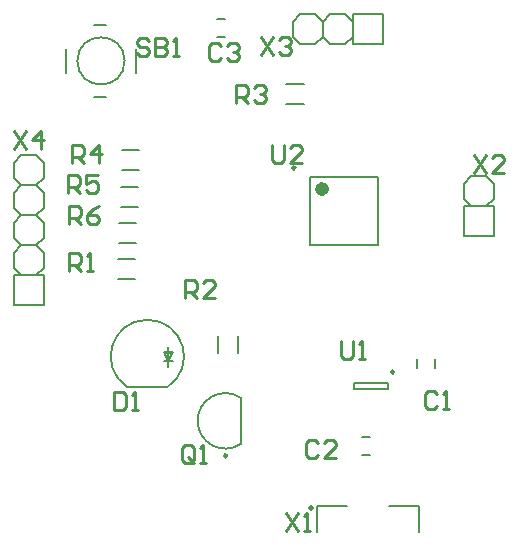
<source format=gto>
G04*
G04 #@! TF.GenerationSoftware,Altium Limited,Altium Designer,21.0.9 (235)*
G04*
G04 Layer_Color=65535*
%FSLAX44Y44*%
%MOMM*%
G71*
G04*
G04 #@! TF.SameCoordinates,A0518373-5DC4-4E38-8A05-EEFCEC3494AD*
G04*
G04*
G04 #@! TF.FilePolarity,Positive*
G04*
G01*
G75*
%ADD10C,0.6000*%
%ADD11C,0.2500*%
%ADD12C,0.2000*%
%ADD13C,0.5000*%
%ADD14C,0.2540*%
%ADD15R,0.7620X0.2540*%
D10*
X618230Y634450D02*
G03*
X618230Y634450I-3000J0D01*
G01*
D11*
X592730Y652450D02*
G03*
X592730Y652450I-1250J0D01*
G01*
X676340Y479610D02*
G03*
X676340Y479610I-1250J0D01*
G01*
X534650Y408650D02*
G03*
X534650Y408650I-1250J0D01*
G01*
D12*
X484244Y466761D02*
G03*
X450476Y466761I-16884J25999D01*
G01*
X546752Y457489D02*
G03*
X546755Y418813I-13352J-19339D01*
G01*
X448110Y742910D02*
G03*
X448110Y742910I-20000J0D01*
G01*
X605230Y587450D02*
X662230D01*
X605230Y644450D02*
X662230D01*
Y587450D02*
Y644450D01*
X605230Y587450D02*
Y644450D01*
X610730Y344200D02*
Y365700D01*
X636730D01*
X671730D02*
X697730D01*
Y344200D02*
Y365700D01*
X443600Y588400D02*
X458100D01*
X443600Y605400D02*
X458100D01*
X526090Y778390D02*
X533090D01*
X526090Y763390D02*
X533090D01*
X450360Y466760D02*
X484360D01*
X481330Y496570D02*
X488950D01*
X485140Y483870D02*
Y500380D01*
X481330Y488950D02*
X488950D01*
X485140D02*
X488950Y496570D01*
X481330D02*
X485140Y488950D01*
X649280Y409060D02*
X656280D01*
X649280Y424060D02*
X656280D01*
X671090Y464860D02*
Y469860D01*
X642090Y464860D02*
Y469860D01*
X671090D01*
X642090Y464860D02*
X671090D01*
X442330Y574920D02*
X456830D01*
X442330Y557920D02*
X456830D01*
X711080Y483210D02*
Y490210D01*
X696080Y483210D02*
Y490210D01*
X527440Y495670D02*
Y510170D01*
X544440Y495670D02*
Y510170D01*
X546750Y418814D02*
Y457486D01*
X585080Y706510D02*
X599580D01*
X585080Y723510D02*
X599580D01*
X760730Y594360D02*
Y619760D01*
X754380D02*
X760730Y626110D01*
Y638810D01*
X754380Y645160D02*
X760730Y638810D01*
X741680Y645160D02*
X754380D01*
X735330Y638810D02*
X741680Y645160D01*
X735330Y626110D02*
Y638810D01*
Y626110D02*
X741680Y619760D01*
X735330Y594360D02*
X760730D01*
X735330Y619760D02*
X760730D01*
X735330Y594360D02*
Y619760D01*
X609600Y756920D02*
X615950Y763270D01*
X596900Y756920D02*
X609600D01*
X590550Y763270D02*
X596900Y756920D01*
X590550Y763270D02*
Y775970D01*
X596900Y782320D01*
X609600D01*
X615950Y775970D01*
X641350Y782320D02*
X666750D01*
X635000D02*
X641350Y775970D01*
X622300Y782320D02*
X635000D01*
X615950Y775970D02*
X622300Y782320D01*
X615950Y763270D02*
Y775970D01*
Y763270D02*
X622300Y756920D01*
X635000D01*
X641350Y763270D01*
X666750Y756920D02*
Y782320D01*
X641350Y756920D02*
Y782320D01*
Y756920D02*
X666750D01*
X458110Y732910D02*
Y752910D01*
X422550Y711950D02*
X432710D01*
X398110Y732910D02*
Y752910D01*
X422550Y772910D02*
X432710D01*
X446140Y667630D02*
X460640D01*
X446140Y650630D02*
X460640D01*
X354330Y535940D02*
Y561340D01*
X379730D01*
X354330Y535940D02*
X379730D01*
X354330Y567690D02*
X360680Y561340D01*
X354330Y567690D02*
Y580390D01*
X360680Y586740D01*
X373380D01*
X379730Y580390D01*
Y567690D02*
Y580390D01*
X373380Y561340D02*
X379730Y567690D01*
Y535940D02*
Y561340D01*
X373380Y586740D02*
X379730Y593090D01*
Y605790D01*
X373380Y612140D02*
X379730Y605790D01*
X360680Y612140D02*
X373380D01*
X354330Y605790D02*
X360680Y612140D01*
X354330Y593090D02*
Y605790D01*
Y593090D02*
X360680Y586740D01*
X373380Y612140D02*
X379730Y618490D01*
Y631190D01*
X373380Y637540D02*
X379730Y631190D01*
X360680Y637540D02*
X373380D01*
X354330Y631190D02*
X360680Y637540D01*
X354330Y618490D02*
Y631190D01*
Y618490D02*
X360680Y612140D01*
X373380Y637540D02*
X379730Y643890D01*
Y656590D01*
X373380Y662940D02*
X379730Y656590D01*
X360680Y662940D02*
X373380D01*
X354330Y656590D02*
X360680Y662940D01*
X354330Y643890D02*
Y656590D01*
Y643890D02*
X360680Y637540D01*
X444870Y635880D02*
X459370D01*
X444870Y618880D02*
X459370D01*
D13*
X605730Y364200D02*
D03*
D14*
X563884Y763268D02*
X574041Y748033D01*
Y763268D02*
X563884Y748033D01*
X579119Y760728D02*
X581658Y763268D01*
X586737D01*
X589276Y760728D01*
Y758189D01*
X586737Y755650D01*
X584198D01*
X586737D01*
X589276Y753111D01*
Y750572D01*
X586737Y748033D01*
X581658D01*
X579119Y750572D01*
X354334Y683258D02*
X364491Y668023D01*
Y683258D02*
X354334Y668023D01*
X377187D02*
Y683258D01*
X369569Y675640D01*
X379726D01*
X584534Y360507D02*
X594690Y345272D01*
Y360507D02*
X584534Y345272D01*
X599769D02*
X604847D01*
X602308D01*
Y360507D01*
X599769Y357968D01*
X744224Y662937D02*
X754381Y647702D01*
Y662937D02*
X744224Y647702D01*
X769616D02*
X759459D01*
X769616Y657859D01*
Y660398D01*
X767077Y662937D01*
X761998D01*
X759459Y660398D01*
X572774Y671827D02*
Y659132D01*
X575313Y656592D01*
X580392D01*
X582931Y659132D01*
Y671827D01*
X598166Y656592D02*
X588009D01*
X598166Y666749D01*
Y669288D01*
X595627Y671827D01*
X590548D01*
X588009Y669288D01*
X631193Y505457D02*
Y492762D01*
X633732Y490223D01*
X638811D01*
X641350Y492762D01*
Y505457D01*
X646428Y490223D02*
X651507D01*
X648968D01*
Y505457D01*
X646428Y502918D01*
X468633Y759458D02*
X466093Y761998D01*
X461015D01*
X458476Y759458D01*
Y756919D01*
X461015Y754380D01*
X466093D01*
X468633Y751841D01*
Y749302D01*
X466093Y746762D01*
X461015D01*
X458476Y749302D01*
X473711Y761998D02*
Y746762D01*
X481328D01*
X483868Y749302D01*
Y751841D01*
X481328Y754380D01*
X473711D01*
X481328D01*
X483868Y756919D01*
Y759458D01*
X481328Y761998D01*
X473711D01*
X488946Y746762D02*
X494024D01*
X491485D01*
Y761998D01*
X488946Y759458D01*
X499114Y542293D02*
Y557528D01*
X506732D01*
X509271Y554988D01*
Y549910D01*
X506732Y547371D01*
X499114D01*
X504193D02*
X509271Y542293D01*
X524506D02*
X514349D01*
X524506Y552449D01*
Y554988D01*
X521967Y557528D01*
X516888D01*
X514349Y554988D01*
X542294Y707393D02*
Y722627D01*
X549912D01*
X552451Y720088D01*
Y715010D01*
X549912Y712471D01*
X542294D01*
X547373D02*
X552451Y707393D01*
X557529Y720088D02*
X560068Y722627D01*
X565147D01*
X567686Y720088D01*
Y717549D01*
X565147Y715010D01*
X562607D01*
X565147D01*
X567686Y712471D01*
Y709932D01*
X565147Y707393D01*
X560068D01*
X557529Y709932D01*
X400054Y631193D02*
Y646428D01*
X407672D01*
X410211Y643888D01*
Y638810D01*
X407672Y636271D01*
X400054D01*
X405132D02*
X410211Y631193D01*
X425446Y646428D02*
X415289D01*
Y638810D01*
X420368Y641349D01*
X422907D01*
X425446Y638810D01*
Y633732D01*
X422907Y631193D01*
X417828D01*
X415289Y633732D01*
X401323Y565153D02*
Y580387D01*
X408941D01*
X411480Y577848D01*
Y572770D01*
X408941Y570231D01*
X401323D01*
X406402D02*
X411480Y565153D01*
X416558D02*
X421637D01*
X419098D01*
Y580387D01*
X416558Y577848D01*
X401324Y604523D02*
Y619757D01*
X408942D01*
X411481Y617218D01*
Y612140D01*
X408942Y609601D01*
X401324D01*
X406403D02*
X411481Y604523D01*
X426716Y619757D02*
X421637Y617218D01*
X416559Y612140D01*
Y607062D01*
X419098Y604523D01*
X424177D01*
X426716Y607062D01*
Y609601D01*
X424177Y612140D01*
X416559D01*
X403864Y656592D02*
Y671827D01*
X411482D01*
X414021Y669288D01*
Y664210D01*
X411482Y661671D01*
X403864D01*
X408942D02*
X414021Y656592D01*
X426717D02*
Y671827D01*
X419099Y664210D01*
X429256D01*
X506730Y405132D02*
Y415288D01*
X504191Y417827D01*
X499113D01*
X496573Y415288D01*
Y405132D01*
X499113Y402593D01*
X504191D01*
X501652Y407671D02*
X506730Y402593D01*
X504191D02*
X506730Y405132D01*
X511808Y402593D02*
X516887D01*
X514348D01*
Y417827D01*
X511808Y415288D01*
X439423Y462277D02*
Y447043D01*
X447041D01*
X449580Y449582D01*
Y459738D01*
X447041Y462277D01*
X439423D01*
X454658Y447043D02*
X459737D01*
X457198D01*
Y462277D01*
X454658Y459738D01*
X612141Y419098D02*
X609602Y421637D01*
X604523D01*
X601984Y419098D01*
Y408942D01*
X604523Y406403D01*
X609602D01*
X612141Y408942D01*
X627376Y406403D02*
X617219D01*
X627376Y416559D01*
Y419098D01*
X624837Y421637D01*
X619758D01*
X617219Y419098D01*
X712470Y461008D02*
X709931Y463548D01*
X704853D01*
X702313Y461008D01*
Y450852D01*
X704853Y448312D01*
X709931D01*
X712470Y450852D01*
X717548Y448312D02*
X722627D01*
X720088D01*
Y463548D01*
X717548Y461008D01*
X529591Y755648D02*
X527052Y758187D01*
X521973D01*
X519434Y755648D01*
Y745492D01*
X521973Y742952D01*
X527052D01*
X529591Y745492D01*
X534669Y755648D02*
X537208Y758187D01*
X542287D01*
X544826Y755648D01*
Y753109D01*
X542287Y750570D01*
X539748D01*
X542287D01*
X544826Y748031D01*
Y745492D01*
X542287Y742952D01*
X537208D01*
X534669Y745492D01*
D15*
X485146Y495302D02*
D03*
M02*

</source>
